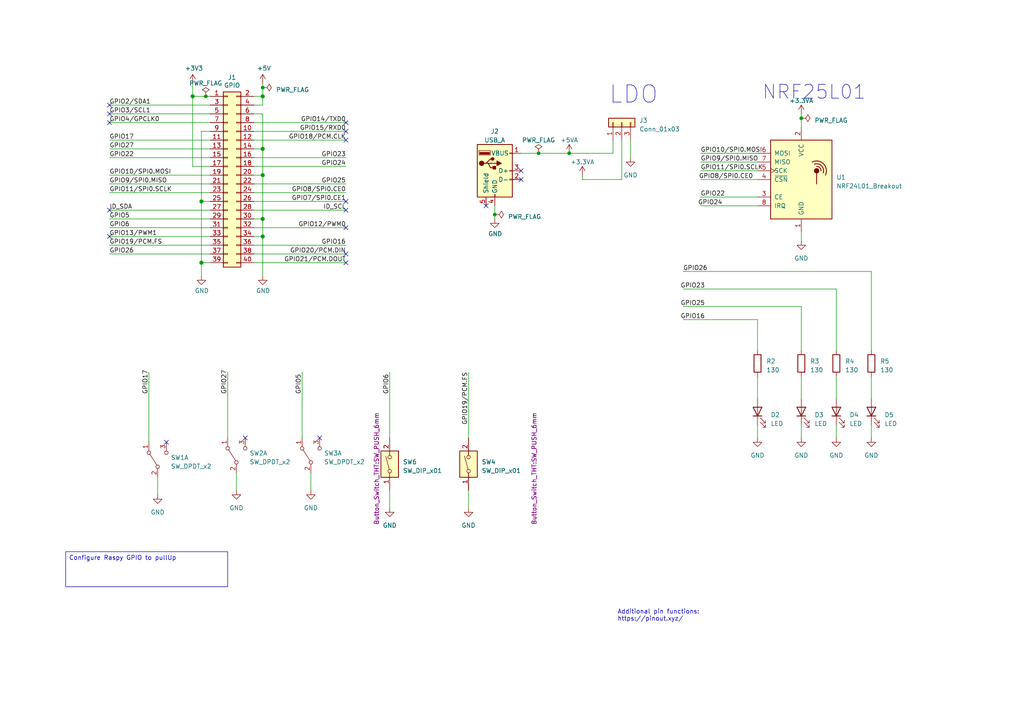
<source format=kicad_sch>
(kicad_sch (version 20230121) (generator eeschema)
  (paper "A4")
  (title_block (date "15 nov 2012"))
  (lib_symbols
    (symbol "Connector:USB_A" (pin_names (offset 1.016))
      (property "Reference" "J" (at -5.08 11.43 0))
      (property "Value" "USB_A" (at -5.08 8.89 0))
      (symbol "USB_A_0_1"
        (rectangle (start -5.08 -7.62) (end 5.08 7.62) (stroke (width 0.254)) (fill (type background)))
        (circle (center -3.81 2.159) (radius 0.635) (stroke (width 0.254)) (fill (type outline)))
        (rectangle (start -1.524 4.826) (end -4.318 5.334) (fill (type outline)))
        (rectangle (start -1.27 4.572) (end -4.572 5.842))
        (circle (center -0.635 3.429) (radius 0.381) (stroke (width 0.254)) (fill (type outline)))
        (rectangle (start -0.127 -7.62) (end 0.127 -6.858))
        (polyline (pts (xy -3.175 2.159) (xy -2.54 2.159) (xy -1.27 3.429) (xy -0.635 3.429)) (stroke (width 0.254)))
        (polyline (pts (xy -2.54 2.159) (xy -1.905 2.159) (xy -1.27 0.889) (xy 0 0.889)) (stroke (width 0.254)))
        (polyline (pts (xy 0.635 2.794) (xy 0.635 1.524) (xy 1.905 2.159) (xy 0.635 2.794)) (stroke (width 0.254)) (fill (type outline)))
        (rectangle (start 0.254 1.27) (end -0.508 0.508) (stroke (width 0.254)) (fill (type outline)))
        (rectangle (start 5.08 -2.667) (end 4.318 -2.413))
        (rectangle (start 5.08 -0.127) (end 4.318 0.127))
        (rectangle (start 5.08 4.953) (end 4.318 5.207))
      )
      (symbol "USB_A_1_1"
        (polyline (pts (xy -1.905 2.159) (xy 0.635 2.159)) (stroke (width 0.254)))
        (pin power_in line (at 7.62 5.08 180) (length 2.54) (name "VBUS") (number "1"))
        (pin bidirectional line (at 7.62 -2.54 180) (length 2.54) (name "D-") (number "2"))
        (pin bidirectional line (at 7.62 0 180) (length 2.54) (name "D+") (number "3"))
        (pin power_in line (at 0 -10.16 90) (length 2.54) (name "GND") (number "4"))
        (pin passive line (at -2.54 -10.16 90) (length 2.54) (name "Shield") (number "5"))
      )
    )
    (symbol "Connector_Generic:Conn_01x03" (pin_names (offset 1.016) hide)
      (property "Reference" "J" (at 0 5.08 0))
      (property "Value" "Conn_01x03" (at 0 -5.08 0))
      (symbol "Conn_01x03_1_1"
        (rectangle (start -1.27 -2.413) (end 0 -2.667) (stroke (width 0.1524)))
        (rectangle (start -1.27 0.127) (end 0 -0.127) (stroke (width 0.1524)))
        (rectangle (start -1.27 2.667) (end 0 2.413) (stroke (width 0.1524)))
        (rectangle (start -1.27 3.81) (end 1.27 -3.81) (stroke (width 0.254)) (fill (type background)))
        (pin passive line (at -5.08 2.54 0) (length 3.81) (name "Pin_1") (number "1"))
        (pin passive line (at -5.08 0 0) (length 3.81) (name "Pin_2") (number "2"))
        (pin passive line (at -5.08 -2.54 0) (length 3.81) (name "Pin_3") (number "3"))
      )
    )
    (symbol "Connector_Generic:Conn_02x20_Odd_Even" (pin_names (offset 1.016) hide)
      (property "Reference" "J" (at 1.27 25.4 0))
      (property "Value" "Conn_02x20_Odd_Even" (at 1.27 -27.94 0))
      (symbol "Conn_02x20_Odd_Even_1_1"
        (rectangle (start -1.27 -25.273) (end 0 -25.527) (stroke (width 0.1524)))
        (rectangle (start -1.27 -22.733) (end 0 -22.987) (stroke (width 0.1524)))
        (rectangle (start -1.27 -20.193) (end 0 -20.447) (stroke (width 0.1524)))
        (rectangle (start -1.27 -17.653) (end 0 -17.907) (stroke (width 0.1524)))
        (rectangle (start -1.27 -15.113) (end 0 -15.367) (stroke (width 0.1524)))
        (rectangle (start -1.27 -12.573) (end 0 -12.827) (stroke (width 0.1524)))
        (rectangle (start -1.27 -10.033) (end 0 -10.287) (stroke (width 0.1524)))
        (rectangle (start -1.27 -7.493) (end 0 -7.747) (stroke (width 0.1524)))
        (rectangle (start -1.27 -4.953) (end 0 -5.207) (stroke (width 0.1524)))
        (rectangle (start -1.27 -2.413) (end 0 -2.667) (stroke (width 0.1524)))
        (rectangle (start -1.27 0.127) (end 0 -0.127) (stroke (width 0.1524)))
        (rectangle (start -1.27 2.667) (end 0 2.413) (stroke (width 0.1524)))
        (rectangle (start -1.27 5.207) (end 0 4.953) (stroke (width 0.1524)))
        (rectangle (start -1.27 7.747) (end 0 7.493) (stroke (width 0.1524)))
        (rectangle (start -1.27 10.287) (end 0 10.033) (stroke (width 0.1524)))
        (rectangle (start -1.27 12.827) (end 0 12.573) (stroke (width 0.1524)))
        (rectangle (start -1.27 15.367) (end 0 15.113) (stroke (width 0.1524)))
        (rectangle (start -1.27 17.907) (end 0 17.653) (stroke (width 0.1524)))
        (rectangle (start -1.27 20.447) (end 0 20.193) (stroke (width 0.1524)))
        (rectangle (start -1.27 22.987) (end 0 22.733) (stroke (width 0.1524)))
        (rectangle (start -1.27 24.13) (end 3.81 -26.67) (stroke (width 0.254)) (fill (type background)))
        (rectangle (start 3.81 -25.273) (end 2.54 -25.527) (stroke (width 0.1524)))
        (rectangle (start 3.81 -22.733) (end 2.54 -22.987) (stroke (width 0.1524)))
        (rectangle (start 3.81 -20.193) (end 2.54 -20.447) (stroke (width 0.1524)))
        (rectangle (start 3.81 -17.653) (end 2.54 -17.907) (stroke (width 0.1524)))
        (rectangle (start 3.81 -15.113) (end 2.54 -15.367) (stroke (width 0.1524)))
        (rectangle (start 3.81 -12.573) (end 2.54 -12.827) (stroke (width 0.1524)))
        (rectangle (start 3.81 -10.033) (end 2.54 -10.287) (stroke (width 0.1524)))
        (rectangle (start 3.81 -7.493) (end 2.54 -7.747) (stroke (width 0.1524)))
        (rectangle (start 3.81 -4.953) (end 2.54 -5.207) (stroke (width 0.1524)))
        (rectangle (start 3.81 -2.413) (end 2.54 -2.667) (stroke (width 0.1524)))
        (rectangle (start 3.81 0.127) (end 2.54 -0.127) (stroke (width 0.1524)))
        (rectangle (start 3.81 2.667) (end 2.54 2.413) (stroke (width 0.1524)))
        (rectangle (start 3.81 5.207) (end 2.54 4.953) (stroke (width 0.1524)))
        (rectangle (start 3.81 7.747) (end 2.54 7.493) (stroke (width 0.1524)))
        (rectangle (start 3.81 10.287) (end 2.54 10.033) (stroke (width 0.1524)))
        (rectangle (start 3.81 12.827) (end 2.54 12.573) (stroke (width 0.1524)))
        (rectangle (start 3.81 15.367) (end 2.54 15.113) (stroke (width 0.1524)))
        (rectangle (start 3.81 17.907) (end 2.54 17.653) (stroke (width 0.1524)))
        (rectangle (start 3.81 20.447) (end 2.54 20.193) (stroke (width 0.1524)))
        (rectangle (start 3.81 22.987) (end 2.54 22.733) (stroke (width 0.1524)))
        (pin passive line (at -5.08 22.86 0) (length 3.81) (name "Pin_1") (number "1"))
        (pin passive line (at 7.62 12.7 180) (length 3.81) (name "Pin_10") (number "10"))
        (pin passive line (at -5.08 10.16 0) (length 3.81) (name "Pin_11") (number "11"))
        (pin passive line (at 7.62 10.16 180) (length 3.81) (name "Pin_12") (number "12"))
        (pin passive line (at -5.08 7.62 0) (length 3.81) (name "Pin_13") (number "13"))
        (pin passive line (at 7.62 7.62 180) (length 3.81) (name "Pin_14") (number "14"))
        (pin passive line (at -5.08 5.08 0) (length 3.81) (name "Pin_15") (number "15"))
        (pin passive line (at 7.62 5.08 180) (length 3.81) (name "Pin_16") (number "16"))
        (pin passive line (at -5.08 2.54 0) (length 3.81) (name "Pin_17") (number "17"))
        (pin passive line (at 7.62 2.54 180) (length 3.81) (name "Pin_18") (number "18"))
        (pin passive line (at -5.08 0 0) (length 3.81) (name "Pin_19") (number "19"))
        (pin passive line (at 7.62 22.86 180) (length 3.81) (name "Pin_2") (number "2"))
        (pin passive line (at 7.62 0 180) (length 3.81) (name "Pin_20") (number "20"))
        (pin passive line (at -5.08 -2.54 0) (length 3.81) (name "Pin_21") (number "21"))
        (pin passive line (at 7.62 -2.54 180) (length 3.81) (name "Pin_22") (number "22"))
        (pin passive line (at -5.08 -5.08 0) (length 3.81) (name "Pin_23") (number "23"))
        (pin passive line (at 7.62 -5.08 180) (length 3.81) (name "Pin_24") (number "24"))
        (pin passive line (at -5.08 -7.62 0) (length 3.81) (name "Pin_25") (number "25"))
        (pin passive line (at 7.62 -7.62 180) (length 3.81) (name "Pin_26") (number "26"))
        (pin passive line (at -5.08 -10.16 0) (length 3.81) (name "Pin_27") (number "27"))
        (pin passive line (at 7.62 -10.16 180) (length 3.81) (name "Pin_28") (number "28"))
        (pin passive line (at -5.08 -12.7 0) (length 3.81) (name "Pin_29") (number "29"))
        (pin passive line (at -5.08 20.32 0) (length 3.81) (name "Pin_3") (number "3"))
        (pin passive line (at 7.62 -12.7 180) (length 3.81) (name "Pin_30") (number "30"))
        (pin passive line (at -5.08 -15.24 0) (length 3.81) (name "Pin_31") (number "31"))
        (pin passive line (at 7.62 -15.24 180) (length 3.81) (name "Pin_32") (number "32"))
        (pin passive line (at -5.08 -17.78 0) (length 3.81) (name "Pin_33") (number "33"))
        (pin passive line (at 7.62 -17.78 180) (length 3.81) (name "Pin_34") (number "34"))
        (pin passive line (at -5.08 -20.32 0) (length 3.81) (name "Pin_35") (number "35"))
        (pin passive line (at 7.62 -20.32 180) (length 3.81) (name "Pin_36") (number "36"))
        (pin passive line (at -5.08 -22.86 0) (length 3.81) (name "Pin_37") (number "37"))
        (pin passive line (at 7.62 -22.86 180) (length 3.81) (name "Pin_38") (number "38"))
        (pin passive line (at -5.08 -25.4 0) (length 3.81) (name "Pin_39") (number "39"))
        (pin passive line (at 7.62 20.32 180) (length 3.81) (name "Pin_4") (number "4"))
        (pin passive line (at 7.62 -25.4 180) (length 3.81) (name "Pin_40") (number "40"))
        (pin passive line (at -5.08 17.78 0) (length 3.81) (name "Pin_5") (number "5"))
        (pin passive line (at 7.62 17.78 180) (length 3.81) (name "Pin_6") (number "6"))
        (pin passive line (at -5.08 15.24 0) (length 3.81) (name "Pin_7") (number "7"))
        (pin passive line (at 7.62 15.24 180) (length 3.81) (name "Pin_8") (number "8"))
        (pin passive line (at -5.08 12.7 0) (length 3.81) (name "Pin_9") (number "9"))
      )
    )
    (symbol "Device:LED" (pin_numbers hide) (pin_names (offset 1.016) hide)
      (property "Reference" "D" (at 0 2.54 0))
      (property "Value" "LED" (at 0 -2.54 0))
      (symbol "LED_0_1"
        (polyline (pts (xy -1.27 -1.27) (xy -1.27 1.27)) (stroke (width 0.254)))
        (polyline (pts (xy -1.27 0) (xy 1.27 0)))
        (polyline (pts (xy 1.27 -1.27) (xy 1.27 1.27) (xy -1.27 0) (xy 1.27 -1.27)) (stroke (width 0.254)))
        (polyline (pts (xy -3.048 -0.762) (xy -4.572 -2.286) (xy -3.81 -2.286) (xy -4.572 -2.286) (xy -4.572 -1.524)))
        (polyline (pts (xy -1.778 -0.762) (xy -3.302 -2.286) (xy -2.54 -2.286) (xy -3.302 -2.286) (xy -3.302 -1.524)))
      )
      (symbol "LED_1_1"
        (pin passive line (at -3.81 0 0) (length 2.54) (name "K") (number "1"))
        (pin passive line (at 3.81 0 180) (length 2.54) (name "A") (number "2"))
      )
    )
    (symbol "Device:R" (pin_numbers hide) (pin_names (offset 0))
      (property "Reference" "R" (at 2.032 0 90))
      (property "Value" "R" (at 0 0 90))
      (symbol "R_0_1"
        (rectangle (start -1.016 -2.54) (end 1.016 2.54) (stroke (width 0.254)))
      )
      (symbol "R_1_1"
        (pin passive line (at 0 3.81 270) (length 1.27) (name "~") (number "1"))
        (pin passive line (at 0 -3.81 90) (length 1.27) (name "~") (number "2"))
      )
    )
    (symbol "GND_1" (power) (pin_names (offset 0))
      (property "Value" "GND_1" (at 0 -3.81 0))
      (symbol "GND_1_0_1"
        (polyline (pts (xy 0 0) (xy 0 -1.27) (xy 1.27 -1.27) (xy 0 -2.54) (xy -1.27 -1.27) (xy 0 -1.27)))
      )
      (symbol "GND_1_1_1"
        (pin power_in line (at 0 0 270) (length 0) hide (name "GND") (number "1"))
      )
    )
    (symbol "RF:NRF24L01_Breakout" (pin_names (offset 1.016))
      (property "Reference" "U" (at -8.89 12.7 0))
      (property "Value" "NRF24L01_Breakout" (at 3.81 12.7 0))
      (symbol "NRF24L01_Breakout_0_1"
        (rectangle (start -8.89 11.43) (end 8.89 -11.43) (stroke (width 0.254)) (fill (type background)))
        (polyline (pts (xy 4.445 1.905) (xy 4.445 -1.27)) (stroke (width 0.254)))
        (circle (center 4.445 2.54) (radius 0.635) (stroke (width 0.254)) (fill (type outline)))
        (arc (start 5.715 2.54) (mid 5.3521 3.4546) (end 4.445 3.81) (stroke (width 0.254)))
        (arc (start 6.35 1.905) (mid 5.8763 3.9854) (end 3.81 4.445) (stroke (width 0.254)))
        (arc (start 6.985 1.27) (mid 6.453 4.548) (end 3.175 5.08) (stroke (width 0.254)))
      )
      (symbol "NRF24L01_Breakout_1_1"
        (pin power_in line (at 0 -15.24 90) (length 3.81) (name "GND") (number "1"))
        (pin power_in line (at 0 15.24 270) (length 3.81) (name "VCC") (number "2"))
        (pin input line (at -12.7 -5.08 0) (length 3.81) (name "CE") (number "3"))
        (pin input line (at -12.7 0 0) (length 3.81) (name "~{CSN}") (number "4"))
        (pin input clock (at -12.7 2.54 0) (length 3.81) (name "SCK") (number "5"))
        (pin input line (at -12.7 7.62 0) (length 3.81) (name "MOSI") (number "6"))
        (pin output line (at -12.7 5.08 0) (length 3.81) (name "MISO") (number "7"))
        (pin output line (at -12.7 -7.62 0) (length 3.81) (name "IRQ") (number "8"))
      )
    )
    (symbol "Switch:SW_DIP_x01" (pin_names (offset 0) hide)
      (property "Reference" "SW" (at 0 3.81 0))
      (property "Value" "SW_DIP_x01" (at 0 -3.81 0))
      (symbol "SW_DIP_x01_0_0"
        (circle (center -2.032 0) (radius 0.508))
        (polyline (pts (xy -1.524 0.127) (xy 2.3622 1.1684)))
        (circle (center 2.032 0) (radius 0.508))
      )
      (symbol "SW_DIP_x01_0_1"
        (rectangle (start -3.81 2.54) (end 3.81 -2.54) (stroke (width 0.254)) (fill (type background)))
      )
      (symbol "SW_DIP_x01_1_1"
        (pin passive line (at -7.62 0 0) (length 5.08) (name "~") (number "1"))
        (pin passive line (at 7.62 0 180) (length 5.08) (name "~") (number "2"))
      )
    )
    (symbol "Switch:SW_DPDT_x2" (pin_names (offset 0) hide)
      (property "Reference" "SW" (at 0 4.318 0))
      (property "Value" "SW_DPDT_x2" (at 0 -5.08 0))
      (symbol "SW_DPDT_x2_0_0"
        (circle (center -2.032 0) (radius 0.508))
        (circle (center 2.032 -2.54) (radius 0.508))
      )
      (symbol "SW_DPDT_x2_0_1"
        (polyline (pts (xy -1.524 0.254) (xy 1.651 2.286)))
        (circle (center 2.032 2.54) (radius 0.508))
      )
      (symbol "SW_DPDT_x2_1_1"
        (pin passive line (at 5.08 2.54 180) (length 2.54) (name "A") (number "1"))
        (pin passive line (at -5.08 0 0) (length 2.54) (name "B") (number "2"))
        (pin passive line (at 5.08 -2.54 180) (length 2.54) (name "C") (number "3"))
      )
      (symbol "SW_DPDT_x2_2_1"
        (pin passive line (at 5.08 2.54 180) (length 2.54) (name "A") (number "4"))
        (pin passive line (at -5.08 0 0) (length 2.54) (name "B") (number "5"))
        (pin passive line (at 5.08 -2.54 180) (length 2.54) (name "C") (number "6"))
      )
    )
    (symbol "power:+3.3V" (power) (pin_names (offset 0))
      (property "Value" "+3.3V" (at 0 3.556 0))
      (symbol "+3.3V_0_1"
        (polyline (pts (xy -0.762 1.27) (xy 0 2.54)))
        (polyline (pts (xy 0 0) (xy 0 2.54)))
        (polyline (pts (xy 0 2.54) (xy 0.762 1.27)))
      )
      (symbol "+3.3V_1_1"
        (pin power_in line (at 0 0 90) (length 0) hide (name "+3V3") (number "1"))
      )
    )
    (symbol "power:+3.3VA" (power) (pin_names (offset 0))
      (property "Value" "+3.3VA" (at 0 3.556 0))
      (symbol "+3.3VA_0_1"
        (polyline (pts (xy -0.762 1.27) (xy 0 2.54)))
        (polyline (pts (xy 0 0) (xy 0 2.54)))
        (polyline (pts (xy 0 2.54) (xy 0.762 1.27)))
      )
      (symbol "+3.3VA_1_1"
        (pin power_in line (at 0 0 90) (length 0) hide (name "+3.3VA") (number "1"))
      )
    )
    (symbol "power:+5V" (power) (pin_names (offset 0))
      (property "Value" "+5V" (at 0 3.556 0))
      (symbol "+5V_0_1"
        (polyline (pts (xy -0.762 1.27) (xy 0 2.54)))
        (polyline (pts (xy 0 0) (xy 0 2.54)))
        (polyline (pts (xy 0 2.54) (xy 0.762 1.27)))
      )
      (symbol "+5V_1_1"
        (pin power_in line (at 0 0 90) (length 0) hide (name "+5V") (number "1"))
      )
    )
    (symbol "power:+5VA" (power) (pin_names (offset 0))
      (property "Value" "+5VA" (at 0 3.556 0))
      (symbol "+5VA_0_1"
        (polyline (pts (xy -0.762 1.27) (xy 0 2.54)))
        (polyline (pts (xy 0 0) (xy 0 2.54)))
        (polyline (pts (xy 0 2.54) (xy 0.762 1.27)))
      )
      (symbol "+5VA_1_1"
        (pin power_in line (at 0 0 90) (length 0) hide (name "+5VA") (number "1"))
      )
    )
    (symbol "power:GND" (power) (pin_names (offset 0))
      (property "Value" "GND" (at 0 -3.81 0))
      (symbol "GND_0_1"
        (polyline (pts (xy 0 0) (xy 0 -1.27) (xy 1.27 -1.27) (xy 0 -2.54) (xy -1.27 -1.27) (xy 0 -1.27)))
      )
      (symbol "GND_1_1"
        (pin power_in line (at 0 0 270) (length 0) hide (name "GND") (number "1"))
      )
    )
    (symbol "power:PWR_FLAG" (power) (pin_numbers hide) (pin_names (offset 0) hide)
      (property "Value" "PWR_FLAG" (at 0 3.81 0))
      (symbol "PWR_FLAG_0_0"
        (pin power_out line (at 0 0 90) (length 0) (name "pwr") (number "1"))
      )
      (symbol "PWR_FLAG_0_1"
        (polyline (pts (xy 0 0) (xy 0 1.27) (xy -1.016 1.905) (xy 0 2.54) (xy 1.016 1.905) (xy 0 1.27)))
      )
    )
  )
  (junction (at 76.2 27.94) (diameter 1.016))
  (junction (at 76.2 43.18) (diameter 1.016))
  (junction (at 76.2 25.4))
  (junction (at 232.41 34.29))
  (junction (at 58.42 76.2) (diameter 1.016))
  (junction (at 58.42 58.42) (diameter 1.016))
  (junction (at 76.2 68.58) (diameter 1.016))
  (junction (at 143.51 62.23))
  (junction (at 165.1 44.45))
  (junction (at 76.2 63.5) (diameter 1.016))
  (junction (at 156.21 44.45))
  (junction (at 76.2 50.8) (diameter 1.016))
  (junction (at 59.69 27.94))
  (junction (at 55.88 27.94) (diameter 1.016))
  (no_connect (at 48.26 128.27))
  (no_connect (at 100.33 60.96))
  (no_connect (at 92.71 127))
  (no_connect (at 100.33 38.1))
  (no_connect (at 31.75 33.02))
  (no_connect (at 31.75 68.58))
  (no_connect (at 100.33 76.2))
  (no_connect (at 31.75 35.56))
  (no_connect (at 100.33 73.66))
  (no_connect (at 100.33 58.42))
  (no_connect (at 100.33 40.64))
  (no_connect (at 140.97 59.69))
  (no_connect (at 151.13 49.53))
  (no_connect (at 31.75 60.96))
  (no_connect (at 151.13 52.07))
  (no_connect (at 100.33 66.04))
  (no_connect (at 100.33 35.56))
  (no_connect (at 31.75 30.48))
  (no_connect (at 71.12 127))
  (wire (pts (xy 58.42 58.42) (xy 58.42 76.2)))
  (wire (pts (xy 73.66 58.42) (xy 100.33 58.42)))
  (wire (pts (xy 87.63 107.95) (xy 87.63 127)))
  (wire (pts (xy 180.34 40.64) (xy 180.34 52.07)))
  (wire (pts (xy 60.96 40.64) (xy 31.75 40.64)))
  (wire (pts (xy 76.2 33.02) (xy 76.2 43.18)))
  (wire (pts (xy 76.2 50.8) (xy 73.66 50.8)))
  (wire (pts (xy 252.73 123.19) (xy 252.73 127)))
  (wire (pts (xy 76.2 63.5) (xy 76.2 68.58)))
  (wire (pts (xy 76.2 50.8) (xy 76.2 63.5)))
  (wire (pts (xy 252.73 109.22) (xy 252.73 115.57)))
  (wire (pts (xy 73.66 35.56) (xy 100.33 35.56)))
  (wire (pts (xy 58.42 38.1) (xy 58.42 58.42)))
  (wire (pts (xy 232.41 33.02) (xy 232.41 34.29)))
  (wire (pts (xy 58.42 38.1) (xy 60.96 38.1)))
  (wire (pts (xy 73.66 55.88) (xy 100.33 55.88)))
  (wire (pts (xy 60.96 60.96) (xy 31.75 60.96)))
  (wire (pts (xy 198.12 83.82) (xy 242.57 83.82)))
  (wire (pts (xy 31.75 63.5) (xy 60.96 63.5)))
  (wire (pts (xy 177.8 44.45) (xy 177.8 40.64)))
  (wire (pts (xy 58.42 58.42) (xy 60.96 58.42)))
  (wire (pts (xy 73.66 45.72) (xy 100.33 45.72)))
  (wire (pts (xy 66.04 107.95) (xy 66.04 127)))
  (wire (pts (xy 203.2 44.45) (xy 219.71 44.45)))
  (wire (pts (xy 73.66 76.2) (xy 100.33 76.2)))
  (wire (pts (xy 58.42 76.2) (xy 58.42 80.01)))
  (wire (pts (xy 31.75 43.18) (xy 60.96 43.18)))
  (wire (pts (xy 55.88 24.13) (xy 55.88 27.94)))
  (wire (pts (xy 203.2 57.15) (xy 219.71 57.15)))
  (wire (pts (xy 59.69 27.94) (xy 60.96 27.94)))
  (wire (pts (xy 113.03 107.95) (xy 113.03 127)))
  (wire (pts (xy 219.71 109.22) (xy 219.71 115.57)))
  (wire (pts (xy 76.2 68.58) (xy 73.66 68.58)))
  (wire (pts (xy 113.03 142.24) (xy 113.03 147.32)))
  (wire (pts (xy 219.71 101.6) (xy 219.71 92.71)))
  (wire (pts (xy 31.75 33.02) (xy 60.96 33.02)))
  (wire (pts (xy 31.75 55.88) (xy 60.96 55.88)))
  (wire (pts (xy 90.17 137.16) (xy 90.17 142.24)))
  (wire (pts (xy 203.2 52.07) (xy 219.71 52.07)))
  (wire (pts (xy 55.88 48.26) (xy 60.96 48.26)))
  (wire (pts (xy 60.96 30.48) (xy 31.75 30.48)))
  (wire (pts (xy 232.41 67.31) (xy 232.41 69.85)))
  (wire (pts (xy 76.2 27.94) (xy 76.2 30.48)))
  (wire (pts (xy 156.21 44.45) (xy 165.1 44.45)))
  (wire (pts (xy 219.71 123.19) (xy 219.71 127)))
  (wire (pts (xy 76.2 43.18) (xy 76.2 50.8)))
  (wire (pts (xy 73.66 40.64) (xy 100.33 40.64)))
  (wire (pts (xy 76.2 43.18) (xy 73.66 43.18)))
  (wire (pts (xy 68.58 137.16) (xy 68.58 142.24)))
  (wire (pts (xy 76.2 24.13) (xy 76.2 25.4)))
  (wire (pts (xy 165.1 44.45) (xy 177.8 44.45)))
  (wire (pts (xy 31.75 35.56) (xy 60.96 35.56)))
  (wire (pts (xy 232.41 109.22) (xy 232.41 115.57)))
  (wire (pts (xy 55.88 27.94) (xy 55.88 48.26)))
  (wire (pts (xy 73.66 48.26) (xy 100.33 48.26)))
  (wire (pts (xy 242.57 109.22) (xy 242.57 115.57)))
  (wire (pts (xy 135.89 107.95) (xy 135.89 127)))
  (wire (pts (xy 73.66 38.1) (xy 100.33 38.1)))
  (wire (pts (xy 31.75 45.72) (xy 60.96 45.72)))
  (wire (pts (xy 43.18 107.95) (xy 43.18 128.27)))
  (wire (pts (xy 31.75 53.34) (xy 60.96 53.34)))
  (wire (pts (xy 203.2 49.53) (xy 219.71 49.53)))
  (wire (pts (xy 31.75 66.04) (xy 60.96 66.04)))
  (wire (pts (xy 76.2 30.48) (xy 73.66 30.48)))
  (wire (pts (xy 31.75 71.12) (xy 60.96 71.12)))
  (wire (pts (xy 143.51 62.23) (xy 143.51 63.5)))
  (wire (pts (xy 73.66 71.12) (xy 100.33 71.12)))
  (wire (pts (xy 76.2 25.4) (xy 76.2 27.94)))
  (wire (pts (xy 168.91 50.8) (xy 168.91 52.07)))
  (wire (pts (xy 73.66 66.04) (xy 100.33 66.04)))
  (wire (pts (xy 58.42 76.2) (xy 60.96 76.2)))
  (wire (pts (xy 73.66 73.66) (xy 100.33 73.66)))
  (wire (pts (xy 76.2 33.02) (xy 73.66 33.02)))
  (wire (pts (xy 31.75 73.66) (xy 60.96 73.66)))
  (wire (pts (xy 203.2 46.99) (xy 219.71 46.99)))
  (wire (pts (xy 232.41 34.29) (xy 232.41 36.83)))
  (wire (pts (xy 180.34 52.07) (xy 168.91 52.07)))
  (wire (pts (xy 242.57 101.6) (xy 242.57 83.82)))
  (wire (pts (xy 198.12 88.9) (xy 232.41 88.9)))
  (wire (pts (xy 232.41 123.19) (xy 232.41 127)))
  (wire (pts (xy 242.57 123.19) (xy 242.57 127)))
  (wire (pts (xy 73.66 27.94) (xy 76.2 27.94)))
  (wire (pts (xy 45.72 138.43) (xy 45.72 143.51)))
  (wire (pts (xy 232.41 101.6) (xy 232.41 88.9)))
  (wire (pts (xy 143.51 59.69) (xy 143.51 62.23)))
  (wire (pts (xy 151.13 44.45) (xy 156.21 44.45)))
  (wire (pts (xy 76.2 68.58) (xy 76.2 80.01)))
  (wire (pts (xy 73.66 53.34) (xy 100.33 53.34)))
  (wire (pts (xy 60.96 68.58) (xy 31.75 68.58)))
  (wire (pts (xy 135.89 142.24) (xy 135.89 147.32)))
  (wire (pts (xy 198.12 78.74) (xy 252.73 78.74)))
  (wire (pts (xy 76.2 63.5) (xy 73.66 63.5)))
  (wire (pts (xy 55.88 27.94) (xy 59.69 27.94)))
  (wire (pts (xy 252.73 101.6) (xy 252.73 78.74)))
  (wire (pts (xy 182.88 40.64) (xy 182.88 45.72)))
  (wire (pts (xy 203.2 59.69) (xy 219.71 59.69)))
  (wire (pts (xy 198.12 92.71) (xy 219.71 92.71)))
  (wire (pts (xy 60.96 50.8) (xy 31.75 50.8)))
  (wire (pts (xy 73.66 60.96) (xy 100.33 60.96)))
  (text_box "Configure Raspy GPIO to pullUp\n" (at 19.05 160.02 0) (size 46.99 10.16) (effects (font (size 1.27 1.27)) (justify left top)))
  (text "LDO\n" (at 176.53 30.48 0) (effects (font (size 5 5)) (justify left bottom)))
  (text "Additional pin functions:\nhttps://pinout.xyz/" (at 179.07 180.34 0) (effects (font (size 1.27 1.27)) (justify left bottom)))
  (text "NRF25L01\n" (at 220.98 29.21 0) (effects (font (size 4 4)) (justify left bottom)))
  (label "GPIO5" (at 87.63 114.3 90))
  (label "GPIO17" (at 43.18 114.3 90))
  (label "ID_SDA" (at 31.75 60.96 0))
  (label "GPIO6" (at 31.75 66.04 0))
  (label "GPIO22" (at 203.2 57.15 0))
  (label "ID_SCL" (at 100.33 60.96 180))
  (label "GPIO27" (at 66.04 114.3 90))
  (label "GPIO5" (at 31.75 63.5 0))
  (label "GPIO21{slash}PCM.DOUT" (at 100.33 76.2 180))
  (label "GPIO19{slash}PCM.FS" (at 31.75 71.12 0))
  (label "GPIO10{slash}SPI0.MOSI" (at 31.75 50.8 0))
  (label "GPIO9{slash}SPI0.MISO" (at 31.75 53.34 0))
  (label "GPIO23" (at 100.33 45.72 180))
  (label "GPIO19{slash}PCM.FS" (at 135.89 123.19 90))
  (label "GPIO4{slash}GPCLK0" (at 31.75 35.56 0))
  (label "GPIO27" (at 31.75 43.18 0))
  (label "GPIO26" (at 31.75 73.66 0))
  (label "GPIO14{slash}TXD0" (at 100.33 35.56 180))
  (label "GPIO8{slash}SPI0.CE0" (at 100.33 55.88 180))
  (label "GPIO15{slash}RXD0" (at 100.33 38.1 180))
  (label "GPIO16" (at 100.33 71.12 180))
  (label "GPIO26" (at 198.12 78.74 0))
  (label "GPIO8{slash}SPI0.CE0" (at 218.44 52.07 180))
  (label "GPIO11{slash}SPI0.SCLK" (at 203.2 49.53 0))
  (label "GPIO22" (at 31.75 45.72 0))
  (label "GPIO2{slash}SDA1" (at 31.75 30.48 0))
  (label "GPIO17" (at 31.75 40.64 0))
  (label "GPIO25" (at 100.33 53.34 180))
  (label "GPIO3{slash}SCL1" (at 31.75 33.02 0))
  (label "GPIO18{slash}PCM.CLK" (at 100.33 40.64 180))
  (label "GPIO12{slash}PWM0" (at 100.33 66.04 180))
  (label "GPIO24" (at 209.55 59.69 180))
  (label "GPIO10{slash}SPI0.MOSI" (at 203.2 44.45 0))
  (label "GPIO13{slash}PWM1" (at 31.75 68.58 0))
  (label "GPIO20{slash}PCM.DIN" (at 100.33 73.66 180))
  (label "GPIO24" (at 100.33 48.26 180))
  (label "GPIO7{slash}SPI0.CE1" (at 100.33 58.42 180))
  (label "GPIO23" (at 204.47 83.82 180))
  (label "GPIO9{slash}SPI0.MISO" (at 203.2 46.99 0))
  (label "GPIO25" (at 204.47 88.9 180))
  (label "GPIO6" (at 113.03 114.3 90))
  (label "GPIO11{slash}SPI0.SCLK" (at 31.75 55.88 0))
  (label "GPIO16" (at 204.47 92.71 180))
  (symbol (lib_id "power:+5V") (at 76.2 24.13 0) (unit 1)
    (property "Reference" "#PWR01" (effects hide))
    (property "Value" "+5V" (at 76.5683 19.8056 0))
  )
  (symbol (lib_id "power:+3.3V") (at 55.88 24.13 0) (unit 1)
    (property "Reference" "#PWR04" (effects hide))
    (property "Value" "+3.3V" (at 56.2483 19.8056 0))
  )
  (symbol (lib_id "power:GND") (at 76.2 80.01 0) (unit 1)
    (property "Reference" "#PWR02" (effects hide))
    (property "Value" "GND" (at 76.3143 84.3344 0))
  )
  (symbol (lib_id "power:GND") (at 58.42 80.01 0) (unit 1)
    (property "Reference" "#PWR03" (effects hide))
    (property "Value" "GND" (at 58.5343 84.3344 0))
  )
  (symbol (lib_id "Connector_Generic:Conn_02x20_Odd_Even") (at 66.04 50.8 0) (unit 1)
    (property "Reference" "J1" (at 67.31 22.4598 0))
    (property "Value" "GPIO" (at 67.31 24.765 0))
    (property "Footprint" "Connector_PinSocket_2.54mm:PinSocket_2x20_P2.54mm_Vertical" (effects hide))
  )
  (symbol (lib_id "Device:LED") (at 242.57 119.38 90) (unit 1)
    (property "Reference" "D4" (at 246.38 120.3325 90) (effects (justify right)))
    (property "Value" "LED" (at 246.38 122.8725 90) (effects (justify right)))
    (property "Footprint" "LED_SMD:LED_1206_3216Metric_Pad1.42x1.75mm_HandSolder" (effects hide))
  )
  (symbol (lib_id "RF:NRF24L01_Breakout") (at 232.41 52.07 0) (unit 1)
    (property "Reference" "U1" (at 242.57 51.435 0) (effects (justify left)))
    (property "Value" "NRF24L01_Breakout" (at 242.57 53.975 0) (effects (justify left)))
    (property "Footprint" "RF_Module:nRF24L01_Breakout" (effects hide))
    (property "Datasheet" "http://www.nordicsemi.com/eng/content/download/2730/34105/file/nRF24L01_Product_Specification_v2_0.pdf" (effects hide))
  )
  (symbol (lib_id "power:+3.3VA") (at 168.91 50.8 0) (unit 1)
    (property "Reference" "#PWR018" (effects hide))
    (property "Value" "+3.3VA" (at 168.91 46.99 0))
  )
  (symbol (lib_id "power:+3.3VA") (at 232.41 33.02 0) (unit 1)
    (property "Reference" "#PWR017" (effects hide))
    (property "Value" "+3.3VA" (at 232.41 29.21 0))
  )
  (symbol (lib_id "power:PWR_FLAG") (at 232.41 34.29 270) (unit 1)
    (property "Reference" "#FLG03" (effects hide))
    (property "Value" "PWR_FLAG" (at 236.22 34.925 90) (effects (justify left)))
  )
  (symbol (lib_name "GND_1") (lib_id "power:GND") (at 135.89 147.32 0) (unit 1)
    (property "Reference" "#PWR08" (effects hide))
    (property "Value" "GND" (at 135.89 152.4 0))
  )
  (symbol (lib_id "Device:LED") (at 219.71 119.38 90) (unit 1)
    (property "Reference" "D2" (at 223.52 120.3325 90) (effects (justify right)))
    (property "Value" "LED" (at 223.52 122.8725 90) (effects (justify right)))
    (property "Footprint" "LED_SMD:LED_1206_3216Metric_Pad1.42x1.75mm_HandSolder" (effects hide))
  )
  (symbol (lib_name "GND_1") (lib_id "power:GND") (at 113.03 147.32 0) (unit 1)
    (property "Reference" "#PWR016" (effects hide))
    (property "Value" "GND" (at 113.03 152.4 0))
  )
  (symbol (lib_id "power:GND") (at 143.51 63.5 0) (unit 1)
    (property "Reference" "#PWR07" (effects hide))
    (property "Value" "GND" (at 143.6243 67.8244 0))
  )
  (symbol (lib_id "Device:LED") (at 232.41 119.38 90) (unit 1)
    (property "Reference" "D3" (at 236.22 120.3325 90) (effects (justify right)))
    (property "Value" "LED" (at 236.22 122.8725 90) (effects (justify right)))
    (property "Footprint" "LED_SMD:LED_1206_3216Metric_Pad1.42x1.75mm_HandSolder" (effects hide))
  )
  (symbol (lib_id "Device:R") (at 219.71 105.41 0) (unit 1)
    (property "Reference" "R2" (at 222.25 104.775 0) (effects (justify left)))
    (property "Value" "130" (at 222.25 107.315 0) (effects (justify left)))
    (property "Footprint" "Resistor_SMD:R_1206_3216Metric_Pad1.30x1.75mm_HandSolder" (effects hide))
  )
  (symbol (lib_id "Switch:SW_DIP_x01") (at 113.03 134.62 90) (unit 1)
    (property "Reference" "SW6" (at 116.84 133.985 90) (effects (justify right)))
    (property "Value" "SW_DIP_x01" (at 116.84 136.525 90) (effects (justify right)))
    (property "Footprint" "Button_Switch_THT:SW_PUSH_6mm" (at 109.22 135.89 0))
  )
  (symbol (lib_id "power:PWR_FLAG") (at 59.69 27.94 0) (unit 1)
    (property "Reference" "#FLG01" (effects hide))
    (property "Value" "PWR_FLAG" (at 59.69 24.13 0))
  )
  (symbol (lib_name "GND_1") (lib_id "power:GND") (at 232.41 127 0) (unit 1)
    (property "Reference" "#PWR010" (effects hide))
    (property "Value" "GND" (at 232.41 132.08 0))
  )
  (symbol (lib_name "GND_1") (lib_id "power:GND") (at 219.71 127 0) (unit 1)
    (property "Reference" "#PWR09" (effects hide))
    (property "Value" "GND" (at 219.71 132.08 0))
  )
  (symbol (lib_name "GND_1") (lib_id "power:GND") (at 242.57 127 0) (unit 1)
    (property "Reference" "#PWR011" (effects hide))
    (property "Value" "GND" (at 242.57 132.08 0))
  )
  (symbol (lib_id "Switch:SW_DPDT_x2") (at 68.58 132.08 90) (unit 1)
    (property "Reference" "SW2" (at 72.39 131.445 90) (effects (justify right)))
    (property "Value" "SW_DPDT_x2" (at 72.39 133.985 90) (effects (justify right)))
    (property "Footprint" "MMS_footprints:SW_MTS102_3Pins_2Positions" (effects hide))
  )
  (symbol (lib_id "Connector:USB_A") (at 143.51 49.53 0) (unit 1)
    (property "Reference" "J2" (at 143.51 38.1 0))
    (property "Value" "USB_A" (at 143.51 40.64 0))
    (property "Footprint" "Connector_USB:USB_A_Molex_67643_Horizontal" (effects hide))
    (property "Datasheet" " ~" (effects hide))
  )
  (symbol (lib_id "Connector_Generic:Conn_01x03") (at 180.34 35.56 90) (unit 1)
    (property "Reference" "J3" (at 185.42 34.925 90) (effects (justify right)))
    (property "Value" "Conn_01x03" (at 185.42 37.465 90) (effects (justify right)))
    (property "Footprint" "Connector_PinSocket_2.54mm:PinSocket_1x03_P2.54mm_Vertical" (effects hide))
  )
  (symbol (lib_id "Switch:SW_DIP_x01") (at 135.89 134.62 90) (unit 1)
    (property "Reference" "SW4" (at 139.7 133.985 90) (effects (justify right)))
    (property "Value" "SW_DIP_x01" (at 139.7 136.525 90) (effects (justify right)))
    (property "Footprint" "Button_Switch_THT:SW_PUSH_6mm" (at 154.94 135.89 0))
  )
  (symbol (lib_id "power:PWR_FLAG") (at 156.21 44.45 0) (unit 1)
    (property "Reference" "#FLG04" (effects hide))
    (property "Value" "PWR_FLAG" (at 156.21 40.64 0))
  )
  (symbol (lib_name "GND_1") (lib_id "power:GND") (at 90.17 142.24 0) (unit 1)
    (property "Reference" "#PWR015" (effects hide))
    (property "Value" "GND" (at 90.17 147.32 0))
  )
  (symbol (lib_name "GND_1") (lib_id "power:GND") (at 68.58 142.24 0) (unit 1)
    (property "Reference" "#PWR014" (effects hide))
    (property "Value" "GND" (at 68.58 147.32 0))
  )
  (symbol (lib_name "GND_1") (lib_id "power:GND") (at 182.88 45.72 0) (unit 1)
    (property "Reference" "#PWR06" (effects hide))
    (property "Value" "GND" (at 182.88 50.8 0))
  )
  (symbol (lib_name "GND_1") (lib_id "power:GND") (at 45.72 143.51 0) (unit 1)
    (property "Reference" "#PWR013" (effects hide))
    (property "Value" "GND" (at 45.72 148.59 0))
  )
  (symbol (lib_id "Switch:SW_DPDT_x2") (at 90.17 132.08 90) (unit 1)
    (property "Reference" "SW3" (at 93.98 131.445 90) (effects (justify right)))
    (property "Value" "SW_DPDT_x2" (at 93.98 133.985 90) (effects (justify right)))
    (property "Footprint" "MMS_footprints:SW_MTS102_3Pins_2Positions" (effects hide))
  )
  (symbol (lib_id "power:PWR_FLAG") (at 143.51 62.23 270) (unit 1)
    (property "Reference" "#FLG05" (effects hide))
    (property "Value" "PWR_FLAG" (at 147.32 62.865 90) (effects (justify left)))
  )
  (symbol (lib_id "Device:R") (at 252.73 105.41 0) (unit 1)
    (property "Reference" "R5" (at 255.27 104.775 0) (effects (justify left)))
    (property "Value" "130" (at 255.27 107.315 0) (effects (justify left)))
    (property "Footprint" "Resistor_SMD:R_1206_3216Metric_Pad1.30x1.75mm_HandSolder" (effects hide))
  )
  (symbol (lib_id "Device:R") (at 232.41 105.41 0) (unit 1)
    (property "Reference" "R3" (at 234.95 104.775 0) (effects (justify left)))
    (property "Value" "130" (at 234.95 107.315 0) (effects (justify left)))
    (property "Footprint" "Resistor_SMD:R_1206_3216Metric_Pad1.30x1.75mm_HandSolder" (effects hide))
  )
  (symbol (lib_id "power:PWR_FLAG") (at 76.2 25.4 270) (unit 1)
    (property "Reference" "#FLG02" (effects hide))
    (property "Value" "PWR_FLAG" (at 80.01 26.035 90) (effects (justify left)))
  )
  (symbol (lib_id "Switch:SW_DPDT_x2") (at 45.72 133.35 90) (unit 1)
    (property "Reference" "SW1" (at 49.53 132.715 90) (effects (justify right)))
    (property "Value" "SW_DPDT_x2" (at 49.53 135.255 90) (effects (justify right)))
    (property "Footprint" "MMS_footprints:SW_MTS102_3Pins_2Positions" (effects hide))
  )
  (symbol (lib_id "Device:LED") (at 252.73 119.38 90) (unit 1)
    (property "Reference" "D5" (at 256.54 120.3325 90) (effects (justify right)))
    (property "Value" "LED" (at 256.54 122.8725 90) (effects (justify right)))
    (property "Footprint" "LED_SMD:LED_1206_3216Metric_Pad1.42x1.75mm_HandSolder" (effects hide))
  )
  (symbol (lib_name "GND_1") (lib_id "power:GND") (at 252.73 127 0) (unit 1)
    (property "Reference" "#PWR012" (effects hide))
    (property "Value" "GND" (at 252.73 132.08 0))
  )
  (symbol (lib_id "Device:R") (at 242.57 105.41 0) (unit 1)
    (property "Reference" "R4" (at 245.11 104.775 0) (effects (justify left)))
    (property "Value" "130" (at 245.11 107.315 0) (effects (justify left)))
    (property "Footprint" "Resistor_SMD:R_1206_3216Metric_Pad1.30x1.75mm_HandSolder" (effects hide))
  )
  (symbol (lib_id "power:+5VA") (at 165.1 44.45 0) (unit 1)
    (property "Reference" "#PWR019" (effects hide))
    (property "Value" "+5VA" (at 165.1 40.64 0))
  )
  (symbol (lib_name "GND_1") (lib_id "power:GND") (at 232.41 69.85 0) (unit 1)
    (property "Reference" "#PWR05" (effects hide))
    (property "Value" "GND" (at 232.41 74.93 0))
  )
)
</source>
